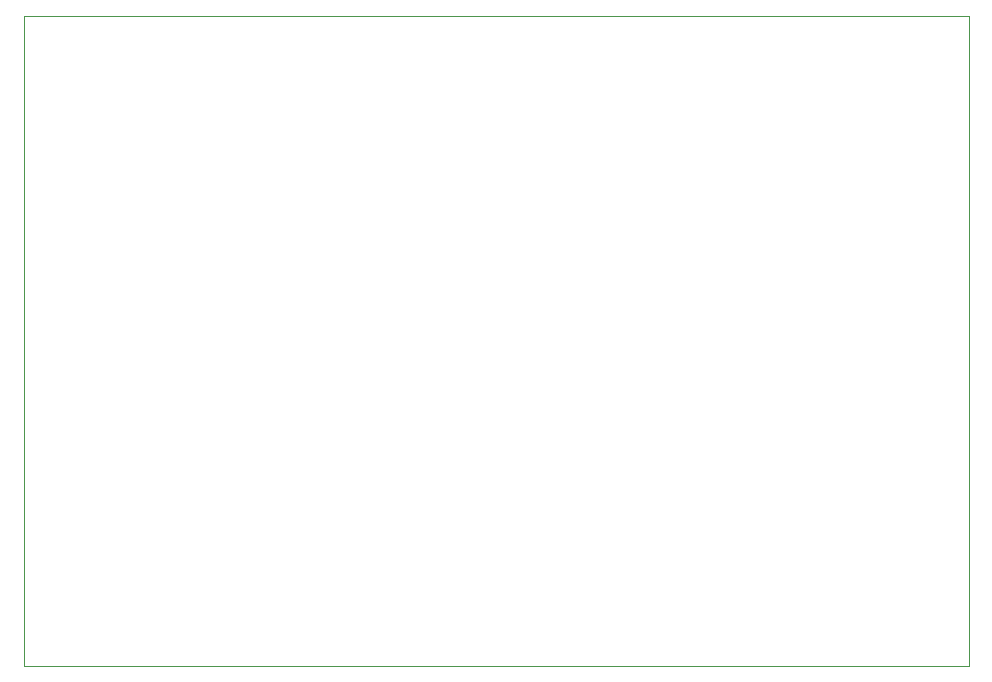
<source format=gbr>
%FSLAX34Y34*%
%MOMM*%
%LNOUTLINE*%
G71*
G01*
%ADD10C,0.002*%
%LPD*%
G54D10*
X0Y550000D02*
X800000Y550000D01*
X800000Y0D01*
X0Y0D01*
X0Y550000D01*
M02*

</source>
